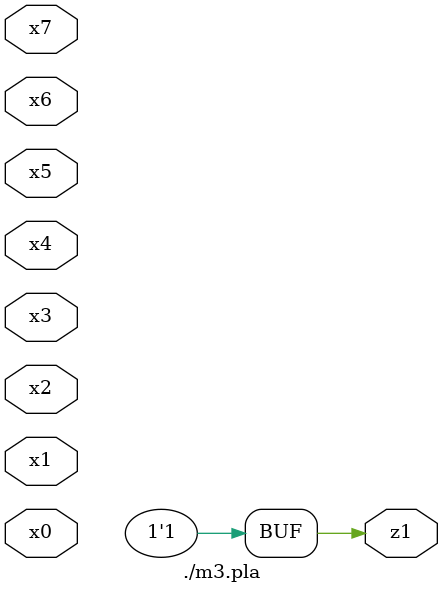
<source format=v>

module \./m3.pla  ( 
    x0, x1, x2, x3, x4, x5, x6, x7,
    z1  );
  input  x0, x1, x2, x3, x4, x5, x6, x7;
  output z1;
  assign z1 = 1'b1;
endmodule



</source>
